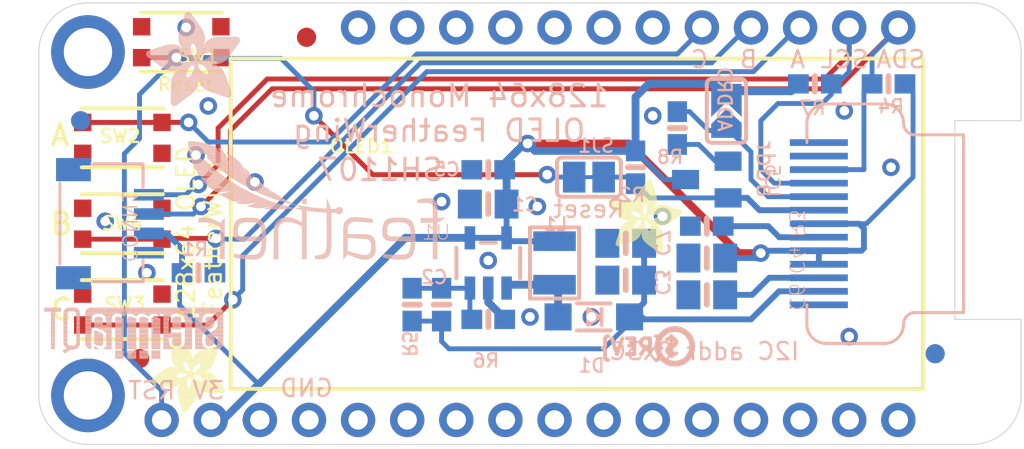
<source format=kicad_pcb>
(kicad_pcb (version 20240108) (generator "pcbnew") (generator_version "8.0")
  (layers (0 "F.Cu" signal) (31 "B.Cu" signal) (34 "B.Paste" user) (35 "F.Paste" user) (36 "B.SilkS" user "B.Silkscreen") (37 "F.SilkS" user "F.Silkscreen") (38 "B.Mask" user) (39 "F.Mask" user) (44 "Edge.Cuts" user))
  (net 0 "")
  (net 1 "GND")
  (net 2 "~{RESET}")
  (net 3 "3.3V")
  (net 4 "J")
  (net 5 "I")
  (net 6 "H")
  (net 7 "SDA")
  (net 8 "SCL")
  (net 9 "~{OLED_RST}")
  (net 10 "N$7")
  (net 11 "VCOMH")
  (net 12 "+12V")
  (net 13 "N$1")
  (net 14 "N$3")
  (net 15 "N$2")
  (footprint "Adafruit 128x64 OLED FeatherWing:ADAFRUIT_3.5MM" (layer "F.Cu") (at 152.5651 106.5276)
    (property "Reference" "U$16" (hide yes))
    (property "Value" "" (hide yes))
  )
  (footprint "Adafruit 128x64 OLED FeatherWing:FEATHERWING_NODIM" (layer "F.Cu") (at 123.1011 116.4336)
    (property "Reference" "MS1" (hide yes))
    (property "Value" "FEATHERWING_NODIM" (hide yes))
    (pad "" np_thru_hole circle (at 48.26 -20.32) (size 2.54 2.54) (drill 2.54) (layers "*.Cu" "*.Mask"))
    (pad "" np_thru_hole circle (at 48.26 -2.54) (size 2.54 2.54) (drill 2.54) (layers "*.Cu" "*.Mask"))
    (pad "1" thru_hole circle (at 6.35 -1.27) (size 1.778 1.778) (drill 1) (layers "*.Cu" "*.Mask") (net 2 "~{RESET}"))
    (pad "2" thru_hole circle (at 8.89 -1.27) (size 1.778 1.778) (drill 1) (layers "*.Cu" "*.Mask") (net 3 "3.3V"))
    (pad "3" thru_hole circle (at 11.43 -1.27) (size 1.778 1.778) (drill 1) (layers "*.Cu" "*.Mask"))
    (pad "4" thru_hole circle (at 13.97 -1.27) (size 1.778 1.778) (drill 1) (layers "*.Cu" "*.Mask") (net 1 "GND"))
    (pad "5" thru_hole circle (at 16.51 -1.27) (size 1.778 1.778) (drill 1) (layers "*.Cu" "*.Mask"))
    (pad "6" thru_hole circle (at 19.05 -1.27) (size 1.778 1.778) (drill 1) (layers "*.Cu" "*.Mask"))
    (pad "7" thru_hole circle (at 21.59 -1.27) (size 1.778 1.778) (drill 1) (layers "*.Cu" "*.Mask"))
    (pad "8" thru_hole circle (at 24.13 -1.27) (size 1.778 1.778) (drill 1) (layers "*.Cu" "*.Mask"))
    (pad "9" thru_hole circle (at 26.67 -1.27) (size 1.778 1.778) (drill 1) (layers "*.Cu" "*.Mask"))
    (pad "10" thru_hole circle (at 29.21 -1.27) (size 1.778 1.778) (drill 1) (layers "*.Cu" "*.Mask"))
    (pad "11" thru_hole circle (at 31.75 -1.27) (size 1.778 1.778) (drill 1) (layers "*.Cu" "*.Mask"))
    (pad "12" thru_hole circle (at 34.29 -1.27) (size 1.778 1.778) (drill 1) (layers "*.Cu" "*.Mask"))
    (pad "13" thru_hole circle (at 36.83 -1.27) (size 1.778 1.778) (drill 1) (layers "*.Cu" "*.Mask"))
    (pad "14" thru_hole circle (at 39.37 -1.27) (size 1.778 1.778) (drill 1) (layers "*.Cu" "*.Mask"))
    (pad "15" thru_hole circle (at 41.91 -1.27) (size 1.778 1.778) (drill 1) (layers "*.Cu" "*.Mask"))
    (pad "16" thru_hole circle (at 44.45 -1.27) (size 1.778 1.778) (drill 1) (layers "*.Cu" "*.Mask"))
    (pad "17" thru_hole circle (at 44.45 -21.59) (size 1.778 1.778) (drill 1) (layers "*.Cu" "*.Mask") (net 7 "SDA"))
    (pad "18" thru_hole circle (at 41.91 -21.59) (size 1.778 1.778) (drill 1) (layers "*.Cu" "*.Mask") (net 8 "SCL"))
    (pad "19" thru_hole circle (at 39.37 -21.59) (size 1.778 1.778) (drill 1) (layers "*.Cu" "*.Mask") (net 6 "H"))
    (pad "20" thru_hole circle (at 36.83 -21.59) (size 1.778 1.778) (drill 1) (layers "*.Cu" "*.Mask") (net 5 "I"))
    (pad "21" thru_hole circle (at 34.29 -21.59) (size 1.778 1.778) (drill 1) (layers "*.Cu" "*.Mask") (net 4 "J"))
    (pad "22" thru_hole circle (at 31.75 -21.59) (size 1.778 1.778) (drill 1) (layers "*.Cu" "*.Mask"))
    (pad "23" thru_hole circle (at 29.21 -21.59) (size 1.778 1.778) (drill 1) (layers "*.Cu" "*.Mask"))
    (pad "24" thru_hole circle (at 26.67 -21.59) (size 1.778 1.778) (drill 1) (layers "*.Cu" "*.Mask"))
    (pad "25" thru_hole circle (at 24.13 -21.59) (size 1.778 1.778) (drill 1) (layers "*.Cu" "*.Mask"))
    (pad "26" thru_hole circle (at 21.59 -21.59) (size 1.778 1.778) (drill 1) (layers "*.Cu" "*.Mask"))
    (pad "27" thru_hole circle (at 19.05 -21.59) (size 1.778 1.778) (drill 1) (layers "*.Cu" "*.Mask"))
    (pad "28" thru_hole circle (at 16.51 -21.59) (size 1.778 1.778) (drill 1) (layers "*.Cu" "*.Mask"))
    (pad "P$1" thru_hole circle (at 2.54 -20.32) (size 3.81 3.81) (drill 2.5) (layers "*.Cu" "*.Mask"))
    (pad "P$2" thru_hole circle (at 2.54 -2.54) (size 3.81 3.81) (drill 2.5) (layers "*.Cu" "*.Mask"))
  )
  (footprint "Adafruit 128x64 OLED FeatherWing:BTN_KMR2_4.6X2.8" (layer "F.Cu") (at 127.4191 100.5586 180)
    (property "Reference" "SW2" (at -1.016 0.508 0) (layer "F.SilkS") (effects (font (size 0.692831 0.692831) (thickness 0.119969)) (justify right top)))
    (property "Value" "KMR2")
    (pad "A" smd rect (at 2.05 -0.8 180) (size 0.9 0.9) (layers "F.Cu" "F.Paste" "F.Mask") (net 1 "GND"))
    (pad "A'" smd rect (at -2.05 -0.8 180) (size 0.9 0.9) (layers "F.Cu" "F.Paste" "F.Mask") (net 1 "GND"))
    (pad "B" smd rect (at 2.05 0.8 180) (size 0.9 0.9) (layers "F.Cu" "F.Paste" "F.Mask") (net 4 "J"))
    (pad "B'" smd rect (at -2.05 0.8 180) (size 0.9 0.9) (layers "F.Cu" "F.Paste" "F.Mask") (net 4 "J"))
  )
  (footprint "Adafruit 128x64 OLED FeatherWing:FIDUCIAL_1MM" (layer "F.Cu") (at 128.3081 111.9886)
    (property "Reference" "FID2" (hide yes))
    (property "Value" "FIDUCIAL_1MM" (hide yes))
    (pad "1" smd roundrect (at 0 0) (size 1 1) (layers "F.Cu" "F.Mask") (roundrect_rratio 0.5))
  )
  (footprint "Adafruit 128x64 OLED FeatherWing:BTN_KMR2_4.6X2.8" (layer "F.Cu") (at 127.4191 109.4486)
    (property "Reference" "SW3" (at -1.016 0.127 0) (layer "F.SilkS") (effects (font (size 0.692831 0.692831) (thickness 0.119969)) (justify left bottom)))
    (property "Value" "KMR2")
    (pad "A" smd rect (at 2.05 -0.8) (size 0.9 0.9) (layers "F.Cu" "F.Paste" "F.Mask") (net 1 "GND"))
    (pad "A'" smd rect (at -2.05 -0.8) (size 0.9 0.9) (layers "F.Cu" "F.Paste" "F.Mask") (net 1 "GND"))
    (pad "B" smd rect (at 2.05 0.8) (size 0.9 0.9) (layers "F.Cu" "F.Paste" "F.Mask") (net 6 "H"))
    (pad "B'" smd rect (at -2.05 0.8) (size 0.9 0.9) (layers "F.Cu" "F.Paste" "F.Mask") (net 6 "H"))
  )
  (footprint "Adafruit 128x64 OLED FeatherWing:BTN_KMR2_4.6X2.8" (layer "F.Cu") (at 127.4191 105.0036)
    (property "Reference" "SW4" (at -1.143 0.381 0) (layer "F.SilkS") (effects (font (size 0.692831 0.692831) (thickness 0.119969)) (justify left bottom)))
    (property "Value" "KMR2")
    (pad "A" smd rect (at 2.05 -0.8) (size 0.9 0.9) (layers "F.Cu" "F.Paste" "F.Mask") (net 1 "GND"))
    (pad "A'" smd rect (at -2.05 -0.8) (size 0.9 0.9) (layers "F.Cu" "F.Paste" "F.Mask") (net 1 "GND"))
    (pad "B" smd rect (at 2.05 0.8) (size 0.9 0.9) (layers "F.Cu" "F.Paste" "F.Mask") (net 5 "I"))
    (pad "B'" smd rect (at -2.05 0.8) (size 0.9 0.9) (layers "F.Cu" "F.Paste" "F.Mask") (net 5 "I"))
  )
  (footprint "Adafruit 128x64 OLED FeatherWing:ADAFRUIT_3.5MM" (layer "F.Cu") (at 132.7531 110.9726 180)
    (property "Reference" "U$37" (hide yes))
    (property "Value" "" (hide yes))
  )
  (footprint "Adafruit 128x64 OLED FeatherWing:FIDUCIAL_1MM" (layer "F.Cu") (at 136.9441 95.3516)
    (property "Reference" "FID3" (hide yes))
    (property "Value" "FIDUCIAL_1MM" (hide yes))
    (pad "1" smd roundrect (at 0 0) (size 1 1) (layers "F.Cu" "F.Mask") (roundrect_rratio 0.5))
  )
  (footprint "Adafruit 128x64 OLED FeatherWing:BTN_KMR2_4.6X2.8" (layer "F.Cu") (at 130.4671 95.6056)
    (property "Reference" "SW1" (at -0.254 1.143 0) (layer "F.SilkS") (effects (font (size 0.692831 0.692831) (thickness 0.119969)) (justify left bottom)))
    (property "Value" "KMR2")
    (pad "A" smd rect (at 2.05 -0.8) (size 0.9 0.9) (layers "F.Cu" "F.Paste" "F.Mask") (net 1 "GND"))
    (pad "A'" smd rect (at -2.05 -0.8) (size 0.9 0.9) (layers "F.Cu" "F.Paste" "F.Mask") (net 1 "GND"))
    (pad "B" smd rect (at 2.05 0.8) (size 0.9 0.9) (layers "F.Cu" "F.Paste" "F.Mask") (net 2 "~{RESET}"))
    (pad "B'" smd rect (at -2.05 0.8) (size 0.9 0.9) (layers "F.Cu" "F.Paste" "F.Mask") (net 2 "~{RESET}"))
  )
  (footprint "Adafruit 128x64 OLED FeatherWing:QT1107P11A" (layer "F.Cu") (at 168.8211 105.0036)
    (property "Reference" "OLED1" (at -30.75 -3.6 0) (layer "F.SilkS") (effects (font (size 0.692831 0.692831) (thickness 0.119969)) (justify left bottom)))
    (property "Value" "OLED_128X64_SH1107")
    (pad "" np_thru_hole circle (at -2 -5.2) (size 1 1) (drill 1) (layers "*.Cu" "*.Mask"))
    (pad "" np_thru_hole circle (at -2 5.2) (size 1 1) (drill 1) (layers "*.Cu" "*.Mask"))
    (pad "1" smd rect (at -5.38 4.2 180) (size 3 0.35) (layers "B.Cu" "B.Mask") (net 1 "GND"))
    (pad "2" smd rect (at -5.38 3.5 180) (size 3 0.35) (layers "B.Cu" "B.Mask") (net 12 "+12V"))
    (pad "3" smd rect (at -5.38 2.8 180) (size 3 0.35) (layers "B.Cu" "B.Mask") (net 11 "VCOMH"))
    (pad "4" smd rect (at -5.38 2.1 180) (size 3 0.35) (layers "B.Cu" "B.Mask") (net 3 "3.3V"))
    (pad "5" smd rect (at -5.38 1.4 180) (size 3 0.35) (layers "B.Cu" "B.Mask") (net 3 "3.3V"))
    (pad "6" smd rect (at -5.38 0.7 180) (size 3 0.35) (layers "B.Cu" "B.Mask") (net 10 "N$7"))
    (pad "7" smd rect (at -5.38 0 180) (size 3 0.35) (layers "B.Cu" "B.Mask") (net 3 "3.3V"))
    (pad "8" smd rect (at -5.38 -0.7 180) (size 3 0.35) (layers "B.Cu" "B.Mask") (net 9 "~{OLED_RST}"))
    (pad "9" smd rect (at -5.38 -1.4 180) (size 3 0.35) (layers "B.Cu" "B.Mask") (net 15 "N$2"))
    (pad "10" smd rect (at -5.38 -2.1 180) (size 3 0.35) (layers "B.Cu" "B.Mask") (net 8 "SCL"))
    (pad "11" smd rect (at -5.38 -2.8 180) (size 3 0.35) (layers "B.Cu" "B.Mask") (net 7 "SDA"))
    (pad "12" smd rect (at -5.38 -3.5 180) (size 3 0.35) (layers "B.Cu" "B.Mask") (net 1 "GND"))
    (pad "13" smd rect (at -5.38 -4.2 180) (size 3 0.35) (layers "B.Cu" "B.Mask") (net 1 "GND"))
  )
  (footprint "Adafruit 128x64 OLED FeatherWing:SOT23-5" (layer "B.Cu") (at 146.3421 107.0356 180)
    (property "Reference" "U1" (at 1.905 1.143 -0) (layer "B.SilkS") (effects (font (size 0.75948 0.75948) (thickness 0.05332)) (justify left bottom mirror)))
    (property "Value" "FAN5331SX")
    (pad "1" smd rect (at -0.95 -1.3001 180) (size 0.55 1.2) (layers "B.Cu" "B.Paste" "B.Mask") (net 13 "N$1"))
    (pad "2" smd rect (at 0 -1.3001 180) (size 0.55 1.2) (layers "B.Cu" "B.Paste" "B.Mask") (net 1 "GND"))
    (pad "3" smd rect (at 0.95 -1.3001 180) (size 0.55 1.2) (layers "B.Cu" "B.Paste" "B.Mask") (net 14 "N$3"))
    (pad "4" smd rect (at 0.95 1.3001 180) (size 0.55 1.2) (layers "B.Cu" "B.Paste" "B.Mask") (net 3 "3.3V"))
    (pad "5" smd rect (at -0.95 1.3001 180) (size 0.55 1.2) (layers "B.Cu" "B.Paste" "B.Mask") (net 3 "3.3V"))
  )
  (footprint "Adafruit 128x64 OLED FeatherWing:0603-NO" (layer "B.Cu") (at 153.9621 102.0826 90)
    (property "Reference" "R2" (at -1.8415 0.5715 -0) (layer "B.SilkS") (effects (font (size 0.692831 0.692831) (thickness 0.119969)) (justify left bottom mirror)))
    (property "Value" "12K")
    (pad "1" smd rect (at -0.85 0 90) (size 1.075 1) (layers "B.Cu" "B.Paste" "B.Mask") (net 9 "~{OLED_RST}"))
    (pad "2" smd rect (at 0.85 0 90) (size 1.075 1) (layers "B.Cu" "B.Paste" "B.Mask") (net 3 "3.3V"))
  )
  (footprint "Adafruit 128x64 OLED FeatherWing:PCBFEAT-REV-040" (layer "B.Cu") (at 155.9941 111.3536 180)
    (property "Reference" "U$14" (hide yes))
    (property "Value" "" (hide yes))
    (fp_text user "${REV}" (at -0.3556 -0.508 0) (layer "B.SilkS") (effects (font (size 0.8128 0.8128) (thickness 0.2032)) (justify left bottom mirror)))
  )
  (footprint "Adafruit 128x64 OLED FeatherWing:SOLDERJUMPER_ARROW_NOPASTE" (layer "B.Cu") (at 158.6611 99.1616 90)
    (property "Reference" "ADDR0" (at -1.143 -0.508 -90) (layer "B.SilkS") (effects (font (size 0.692831 0.692831) (thickness 0.119969)) (justify left bottom mirror)))
    (property "Value" "")
    (fp_poly (pts (xy 1.3946 -0.7882) (xy -0.315893 -0.7882) (xy 0.443148 0) (xy -0.315893 0.7882) (xy 1.3946 0.7882)) (fill solid) (layer "B.Cu"))
    (fp_poly (pts (xy 0.106121 -0.002663) (xy -0.679416 -0.7882) (xy -1.3946 -0.7882) (xy -1.3946 0.7882) (xy -0.62715 0.7882)) (fill solid) (layer "B.Cu"))
    (pad "1" smd roundrect (at -1.016 0 90) (size 0.762 1.524) (layers "B.Cu") (net 15 "N$2"))
    (pad "2" smd roundrect (at 1.016 0 90) (size 0.762 1.524) (layers "B.Cu") (net 3 "3.3V"))
  )
  (footprint "Adafruit 128x64 OLED FeatherWing:FIDUCIAL_1MM" (layer "B.Cu") (at 169.4561 111.7346 180)
    (property "Reference" "FID1" (hide yes))
    (property "Value" "FIDUCIAL_1MM" (hide yes))
    (pad "1" smd roundrect (at 0 0 180) (size 1 1) (layers "B.Cu" "B.Mask") (roundrect_rratio 0.5))
  )
  (footprint "Adafruit 128x64 OLED FeatherWing:SOT23" (layer "B.Cu") (at 157.6451 102.7176 -90)
    (property "Reference" "IC5" (at -0.889 -3.81 -90) (layer "B.SilkS") (effects (font (size 0.719328 0.719328) (thickness 0.093472)) (justify right top mirror)))
    (property "Value" "APX803")
    (pad "1" smd rect (at -0.95 -1.1 270) (size 1 1.4) (layers "B.Cu" "B.Paste" "B.Mask") (net 1 "GND"))
    (pad "2" smd rect (at 0.95 -1.1 270) (size 1 1.4) (layers "B.Cu" "B.Paste" "B.Mask") (net 9 "~{OLED_RST}"))
    (pad "3" smd rect (at 0 1.1 270) (size 1 1.4) (layers "B.Cu" "B.Paste" "B.Mask") (net 3 "3.3V"))
  )
  (footprint "Adafruit 128x64 OLED FeatherWing:SOLDERJUMPER_CLOSEDWIRE" (layer "B.Cu") (at 151.5491 102.5906)
    (property "Reference" "SJ1" (at -0.635 -2.032 0) (layer "B.SilkS") (effects (font (size 0.692831 0.692831) (thickness 0.119969)) (justify right top mirror)))
    (property "Value" "")
    (pad "1" smd rect (at -0.762 0) (size 1.1684 1.6002) (layers "B.Cu") (net 2 "~{RESET}"))
    (pad "2" smd rect (at 0.762 0) (size 1.1684 1.6002) (layers "B.Cu") (net 9 "~{OLED_RST}"))
    (pad "WIRE" smd rect (at 0 0 180) (size 0.635 0.2032) (layers "B.Cu"))
  )
  (footprint "Adafruit 128x64 OLED FeatherWing:0603-NO" (layer "B.Cu") (at 163.2331 97.7646 180)
    (property "Reference" "R7" (at -0.635 -1.651 -0) (layer "B.SilkS") (effects (font (size 0.692831 0.692831) (thickness 0.119969)) (justify left bottom mirror)))
    (property "Value" "2.2K")
    (pad "1" smd rect (at -0.85 0 180) (size 1.075 1) (layers "B.Cu" "B.Paste" "B.Mask") (net 8 "SCL"))
    (pad "2" smd rect (at 0.85 0 180) (size 1.075 1) (layers "B.Cu" "B.Paste" "B.Mask") (net 3 "3.3V"))
  )
  (footprint "Adafruit 128x64 OLED FeatherWing:0805-NO" (layer "B.Cu") (at 157.6451 106.7816)
    (property "Reference" "C4" (at 4.191 0.889 -90) (layer "B.SilkS") (effects (font (size 0.75948 0.75948) (thickness 0.05332)) (justify left bottom mirror)))
    (property "Value" "10uF")
    (pad "1" smd rect (at -0.95 0) (size 1.24 1.5) (layers "B.Cu" "B.Paste" "B.Mask") (net 1 "GND"))
    (pad "2" smd rect (at 0.95 0) (size 1.24 1.5) (layers "B.Cu" "B.Paste" "B.Mask") (net 3 "3.3V"))
  )
  (footprint "Adafruit 128x64 OLED FeatherWing:0603-NO" (layer "B.Cu") (at 131.3561 107.5436 180)
    (property "Reference" "R1" (at -0.5715 0.8255 -0) (layer "B.SilkS") (effects (font (size 0.692831 0.692831) (thickness 0.119969)) (justify left bottom mirror)))
    (property "Value" "100K")
    (pad "1" smd rect (at -0.85 0 180) (size 1.075 1) (layers "B.Cu" "B.Paste" "B.Mask") (net 5 "I"))
    (pad "2" smd rect (at 0.85 0 180) (size 1.075 1) (layers "B.Cu" "B.Paste" "B.Mask") (net 3 "3.3V"))
  )
  (footprint "Adafruit 128x64 OLED FeatherWing:0603-NO" (layer "B.Cu") (at 156.1211 100.0506 90)
    (property "Reference" "R8" (at -1.905 0.381 -0) (layer "B.SilkS") (effects (font (size 0.692831 0.692831) (thickness 0.119969)) (justify left bottom mirror)))
    (property "Value" "12K")
    (pad "1" smd rect (at -0.85 0 90) (size 1.075 1) (layers "B.Cu" "B.Paste" "B.Mask") (net 1 "GND"))
    (pad "2" smd rect (at 0.85 0 90) (size 1.075 1) (layers "B.Cu" "B.Paste" "B.Mask") (net 15 "N$2"))
  )
  (footprint "Adafruit 128x64 OLED FeatherWing:0603-NO" (layer "B.Cu") (at 146.3421 102.2096)
    (property "Reference" "C5" (at -1.397 0.381 -0) (layer "B.SilkS") (effects (font (size 0.692831 0.692831) (thickness 0.119969)) (justify left bottom mirror)))
    (property "Value" "0.1uF")
    (pad "1" smd rect (at -0.85 0) (size 1.075 1) (layers "B.Cu" "B.Paste" "B.Mask") (net 1 "GND"))
    (pad "2" smd rect (at 0.85 0) (size 1.075 1) (layers "B.Cu" "B.Paste" "B.Mask") (net 3 "3.3V"))
  )
  (footprint "Adafruit 128x64 OLED FeatherWing:ADAFRUIT_5MM" (layer "B.Cu") (at 133.5151 98.9076 180)
    (property "Reference" "U$8" (hide yes))
    (property "Value" "" (hide yes))
  )
  (footprint "Adafruit 128x64 OLED FeatherWing:FEATHERLOGO_SMALL" (layer "B.Cu") (at 144.1831 106.9086 180)
    (property "Reference" "U$36" (hide yes))
    (property "Value" "" (hide yes))
  )
  (footprint "Adafruit 128x64 OLED FeatherWing:JST_SH4" (layer "B.Cu") (at 126.2761 105.0036 90)
    (property "Reference" "CONN1" (at -2.06 1.074 -90) (layer "B.SilkS") (effects (font (size 0.738022 0.738022) (thickness 0.074778)) (justify left bottom mirror)))
    (property "Value" "STEMMA_I2C_QT" (hide yes))
    (pad "1" smd rect (at -1.5 2.514) (size 1.55 0.6) (layers "B.Cu" "B.Paste" "B.Mask") (net 1 "GND"))
    (pad "2" smd rect (at -0.5 2.514) (size 1.55 0.6) (layers "B.Cu" "B.Paste" "B.Mask") (net 3 "3.3V"))
    (pad "3" smd rect (at 0.5 2.514) (size 1.55 0.6) (layers "B.Cu" "B.Paste" "B.Mask") (net 7 "SDA"))
    (pad "4" smd rect (at 1.5 2.514) (size 1.55 0.6) (layers "B.Cu" "B.Paste" "B.Mask") (net 8 "SCL"))
    (pad "MT1" smd rect (at -2.8 -1.386) (size 1.8 1.2) (layers "B.Cu" "B.Paste" "B.Mask") (net 1 "GND"))
    (pad "MT2" smd rect (at 2.8 -1.386) (size 1.8 1.2) (layers "B.Cu" "B.Paste" "B.Mask") (net 1 "GND"))
  )
  (footprint "Adafruit 128x64 OLED FeatherWing:0805-NO" (layer "B.Cu") (at 153.4541 106.0196 180)
    (property "Reference" "C7" (at -2.286 0.762 -90) (layer "B.SilkS") (effects (font (size 0.692831 0.692831) (thickness 0.119969)) (justify right top mirror)))
    (property "Value" "10uF/16V")
    (pad "1" smd rect (at -0.95 0 180) (size 1.24 1.5) (layers "B.Cu" "B.Paste" "B.Mask") (net 12 "+12V"))
    (pad "2" smd rect (at 0.95 0 180) (size 1.24 1.5) (layers "B.Cu" "B.Paste" "B.Mask") (net 1 "GND"))
  )
  (footprint "Adafruit 128x64 OLED FeatherWing:0603-NO" (layer "B.Cu") (at 146.3421 109.9566 180)
    (property "Reference" "R6" (at -0.635 -2.54 -0) (layer "B.SilkS") (effects (font (size 0.692831 0.692831) (thickness 0.119969)) (justify left bottom mirror)))
    (property "Value" "12K")
    (pad "1" smd rect (at -0.85 0 180) (size 1.075 1) (layers "B.Cu" "B.Paste" "B.Mask") (net 1 "GND"))
    (pad "2" smd rect (at 0.85 0 180) (size 1.075 1) (layers "B.Cu" "B.Paste" "B.Mask") (net 14 "N$3"))
  )
  (footprint "Adafruit 128x64 OLED FeatherWing:INDUCTOR_1007" (layer "B.Cu") (at 149.7711 107.0356 -90)
    (property "Reference" "L1" (at -2.413 0.635 0) (layer "B.SilkS") (effects (font (size 0.692831 0.692831) (thickness 0.119969)) (justify right top mirror)))
    (property "Value" "10uH")
    (pad "P$1" smd rect (at -1.127 0 270) (size 1.016 2.2) (layers "B.Cu" "B.Paste" "B.Mask") (net 3 "3.3V"))
    (pad "P$2" smd rect (at 1.127 0 270) (size 1.016 2.2) (layers "B.Cu" "B.Paste" "B.Mask") (net 13 "N$1"))
  )
  (footprint "Adafruit 128x64 OLED FeatherWing:STEMMAQT" (layer "B.Cu") (at 132.6261 111.9886 180)
    (property "Reference" "U$35" (hide yes))
    (property "Value" "" (hide yes))
  )
  (footprint "Adafruit 128x64 OLED FeatherWing:FIDUCIAL_1MM" (layer "B.Cu") (at 125.2601 99.6696 180)
    (property "Reference" "FID4" (hide yes))
    (property "Value" "FIDUCIAL_1MM" (hide yes))
    (pad "1" smd roundrect (at 0 0 180) (size 1 1) (layers "B.Cu" "B.Mask") (roundrect_rratio 0.5))
  )
  (footprint "Adafruit 128x64 OLED FeatherWing:0805-NO" (layer "B.Cu") (at 153.4541 107.9246 180)
    (property "Reference" "C3" (at -2.286 0.635 -90) (layer "B.SilkS") (effects (font (size 0.692831 0.692831) (thickness 0.119969)) (justify right top mirror)))
    (property "Value" "10uF/16V")
    (pad "1" smd rect (at -0.95 0 180) (size 1.24 1.5) (layers "B.Cu" "B.Paste" "B.Mask") (net 12 "+12V"))
    (pad "2" smd rect (at 0.95 0 180) (size 1.24 1.5) (layers "B.Cu" "B.Paste" "B.Mask") (net 1 "GND"))
  )
  (footprint "Adafruit 128x64 OLED FeatherWing:0805-NO" (layer "B.Cu") (at 146.3421 103.9876 180)
    (property "Reference" "C1" (at -1.143 0.381 0) (layer "B.SilkS") (effects (font (size 0.692831 0.692831) (thickness 0.119969)) (justify right top mirror)))
    (property "Value" "10uF")
    (pad "1" smd rect (at -0.95 0 180) (size 1.24 1.5) (layers "B.Cu" "B.Paste" "B.Mask") (net 3 "3.3V"))
    (pad "2" smd rect (at 0.95 0 180) (size 1.24 1.5) (layers "B.Cu" "B.Paste" "B.Mask") (net 1 "GND"))
  )
  (footprint "Adafruit 128x64 OLED FeatherWing:0603-NO" (layer "B.Cu") (at 142.4051 109.1946 -90)
    (property "Reference" "R5" (at 1.27 -0.254 -90) (layer "B.SilkS") (effects (font (size 0.692831 0.692831) (thickness 0.119969)) (justify right top mirror)))
    (property "Value" "100K")
    (pad "1" smd rect (at -0.85 0 270) (size 1.075 1) (layers "B.Cu" "B.Paste" "B.Mask") (net 14 "N$3"))
    (pad "2" smd rect (at 0.85 0 270) (size 1.075 1) (layers "B.Cu" "B.Paste" "B.Mask") (net 12 "+12V"))
  )
  (footprint "Adafruit 128x64 OLED FeatherWing:0805-NO" (layer "B.Cu") (at 157.6451 108.6866)
    (property "Reference" "C6" (at 4.191 0.889 -90) (layer "B.SilkS") (effects (font (size 0.75948 0.75948) (thickness 0.05332)) (justify left bottom mirror)))
    (property "Value" "10uF")
    (pad "1" smd rect (at -0.95 0) (size 1.24 1.5) (layers "B.Cu" "B.Paste" "B.Mask") (net 1 "GND"))
    (pad "2" smd rect (at 0.95 0) (size 1.24 1.5) (layers "B.Cu" "B.Paste" "B.Mask") (net 11 "VCOMH"))
  )
  (footprint "Adafruit 128x64 OLED FeatherWing:0603-NO" (layer "B.Cu") (at 167.0431 97.7646)
    (property "Reference" "R4" (at -0.635 0.762 0) (layer "B.SilkS") (effects (font (size 0.692831 0.692831) (thickness 0.119969)) (justify right top mirror)))
    (property "Value" "2.2K")
    (pad "1" smd rect (at -0.85 0) (size 1.075 1) (layers "B.Cu" "B.Paste" "B.Mask") (net 7 "SDA"))
    (pad "2" smd rect (at 0.85 0) (size 1.075 1) (layers "B.Cu" "B.Paste" "B.Mask") (net 3 "3.3V"))
  )
  (footprint "Adafruit 128x64 OLED FeatherWing:SOD-123" (layer "B.Cu") (at 151.8031 109.8296 180)
    (property "Reference" "D1" (at -0.635 -2.921 -0) (layer "B.SilkS") (effects (font (size 0.692831 0.692831) (thickness 0.119969)) (justify left bottom mirror)))
    (property "Value" "MBR120")
    (pad "A" smd rect (at 1.85 0 90) (size 1.4 1.4) (layers "B.Cu" "B.Paste" "B.Mask") (net 13 "N$1"))
    (pad "C" smd rect (at -1.85 0 90) (size 1.4 1.4) (layers "B.Cu" "B.Paste" "B.Mask") (net 12 "+12V"))
  )
  (footprint "Adafruit 128x64 OLED FeatherWing:0603-NO" (layer "B.Cu") (at 143.9291 109.1946 90)
    (property "Reference" "C2" (at 1.016 0.381 -0) (layer "B.SilkS") (effects (font (size 0.692831 0.692831) (thickness 0.119969)) (justify left bottom mirror)))
    (property "Value" "0.1uF")
    (pad "1" smd rect (at -0.85 0 90) (size 1.075 1) (layers "B.Cu" "B.Paste" "B.Mask") (net 12 "+12V"))
    (pad "2" smd rect (at 0.85 0 90) (size 1.075 1) (layers "B.Cu" "B.Paste" "B.Mask") (net 14 "N$3"))
  )
  (footprint "Adafruit 128x64 OLED FeatherWing:0603-NO" (layer "B.Cu") (at 157.6451 105.1306)
    (property "Reference" "R3" (at 4.191 0.635 -90) (layer "B.SilkS") (effects (font (size 0.75948 0.75948) (thickness 0.05332)) (justify left bottom mirror)))
    (property "Value" "680K")
    (pad "1" smd rect (at -0.85 0) (size 1.075 1) (layers "B.Cu" "B.Paste" "B.Mask") (net 1 "GND"))
    (pad "2" smd rect (at 0.85 0) (size 1.075 1) (layers "B.Cu" "B.Paste" "B.Mask") (net 10 "N$7"))
  )
  (gr_arc (start 125.6411 116.4336) (mid 123.845049 115.689651) (end 123.1011 113.8936) (stroke (width 0.05)) (layer "Edge.Cuts"))
  (gr_line (start 170.4721 109.9566) (end 170.4721 99.6696) (stroke (width 0.05)) (layer "Edge.Cuts"))
  (gr_line (start 173.9011 109.9566) (end 170.4721 109.9566) (stroke (width 0.05)) (layer "Edge.Cuts"))
  (gr_line (start 171.3611 93.5736) (end 125.6411 93.5736) (stroke (width 0.05)) (layer "Edge.Cuts"))
  (gr_line (start 170.4721 99.6696) (end 173.9011 99.6696) (stroke (width 0.05)) (layer "Edge.Cuts"))
  (gr_arc (start 173.9011 113.8936) (mid 173.157151 115.689651) (end 171.3611 116.4336) (stroke (width 0.05)) (layer "Edge.Cuts"))
  (gr_line (start 125.6411 116.4336) (end 171.3611 116.4336) (stroke (width 0.05)) (layer "Edge.Cuts"))
  (gr_arc (start 171.3611 93.5736) (mid 173.157151 94.317549) (end 173.9011 96.1136) (stroke (width 0.05)) (layer "Edge.Cuts"))
  (gr_line (start 123.1011 96.1136) (end 123.1011 113.8936) (stroke (width 0.05)) (layer "Edge.Cuts"))
  (gr_line (start 173.9011 99.6696) (end 173.9011 96.1136) (stroke (width 0.05)) (layer "Edge.Cuts"))
  (gr_line (start 173.9011 113.8936) (end 173.9011 109.9566) (stroke (width 0.05)) (layer "Edge.Cuts"))
  (gr_arc (start 123.1011 96.1136) (mid 123.845049 94.317549) (end 125.6411 93.5736) (stroke (width 0.05)) (layer "Edge.Cuts"))
  (gr_text "I2C addr 0x3C" (at 157.506926 111.6076 0) (layer "B.SilkS") (effects (font (size 0.89408 0.89408) (thickness 0.12192)) (justify mirror)))
  (gr_text "SDA" (at 167.6781 96.4946 0) (layer "B.SilkS") (effects (font (size 0.89408 0.89408) (thickness 0.12192)) (justify mirror)))
  (gr_text "B" (at 159.8041 96.4946 0) (layer "B.SilkS") (effects (font (size 0.89408 0.89408) (thickness 0.12192)) (justify mirror)))
  (gr_text "SCL" (at 164.7571 96.4946 0) (layer "B.SilkS") (effects (font (size 0.89408 0.89408) (thickness 0.12192)) (justify mirror)))
  (gr_text "3V" (at 131.8641 113.6396 0) (layer "B.SilkS") (effects (font (size 0.89408 0.89408) (thickness 0.12192)) (justify mirror)))
  (gr_text "RST" (at 128.9431 113.6396 0) (layer "B.SilkS") (effects (font (size 0.89408 0.89408) (thickness 0.12192)) (justify mirror)))
  (gr_text "Reset" (at 151.5491 104.2416 0) (layer "B.SilkS") (effects (font (size 0.89408 0.89408) (thickness 0.12192)) (justify mirror)))
  (gr_text "addr" (at 160.6931 102.201812 -90) (layer "B.SilkS") (effects (font (size 0.89408 0.89408) (thickness 0.12192)) (justify mirror)))
  (gr_text "128x64 Monochrome\nOLED FeatherWing" (at 143.8021 99.2886 0) (layer "B.SilkS") (effects (font (size 1.1176 1.1176) (thickness 0.1524)) (justify mirror)))
  (gr_text "GND" (at 136.9441 113.5126 0) (layer "B.SilkS") (effects (font (size 0.89408 0.89408) (thickness 0.12192)) (justify mirror)))
  (gr_text "C" (at 157.2641 96.4946 0) (layer "B.SilkS") (effects (font (size 0.89408 0.89408) (thickness 0.12192)) (justify mirror)))
  (gr_text "SH1107" (at 140.7541 102.2096 0) (layer "B.SilkS") (effects (font (size 1.1176 1.1176) (thickness 0.1524)) (justify mirror)))
  (gr_text "A" (at 162.3441 96.4946 0) (layer "B.SilkS") (effects (font (size 0.89408 0.89408) (thickness 0.12192)) (justify mirror)))
  (gr_text "B" (at 123.6091 105.6386 0) (layer "F.SilkS") (effects (font (size 1.0922 1.0922) (thickness 0.1778)) (justify left bottom)))
  (gr_text "FeatherWing" (at 132.6261 109.8296 90) (layer "F.SilkS") (effects (font (size 0.89408 0.89408) (thickness 0.12192)) (justify left bottom)))
  (gr_text "A" (at 123.6091 101.0666 0) (layer "F.SilkS") (effects (font (size 1.0922 1.0922) (thickness 0.1778)) (justify left bottom)))
  (gr_text "C" (at 123.6091 110.0836 0) (layer "F.SilkS") (effects (font (size 1.0922 1.0922) (thickness 0.1778)) (justify left bottom)))
  (gr_text "128x64 OLED" (at 131.2291 110.0836 90) (layer "F.SilkS") (effects (font (size 0.89408 0.89408) (thickness 0.12192)) (justify left bottom)))
  (gr_text "Reset" (at 129.180921 97.3836 0) (layer "F.SilkS") (effects (font (size 0.699008 0.699008) (thickness 0.113792)) (justify left top)))
  (via (at 131.8641 98.9076) (size 0.9064) (drill 0.5) (layers "F.Cu" "B.Cu") (net 1))
  (via (at 134.2771 102.8446) (size 0.9064) (drill 0.5) (layers "F.Cu" "B.Cu") (net 1))
  (via (at 146.3421 106.9086) (size 0.9064) (drill 0.5) (layers "F.Cu" "B.Cu") (net 1))
  (via (at 165.0111 110.8456) (size 0.9064) (drill 0.5) (layers "F.Cu" "B.Cu") (net 1))
  (via (at 155.3591 104.6226) (size 0.9064) (drill 0.5) (layers "F.Cu" "B.Cu") (net 1))
  (via (at 130.7211 94.8436) (size 0.9064) (drill 0.5) (layers "F.Cu" "B.Cu") (net 1))
  (via (at 131.2291 101.4476) (size 0.9064) (drill 0.5) (layers "F.Cu" "B.Cu") (net 1))
  (via (at 167.1701 102.0826) (size 0.9064) (drill 0.5) (layers "F.Cu" "B.Cu") (net 1))
  (via (at 128.6891 107.5436) (size 0.9064) (drill 0.5) (layers "F.Cu" "B.Cu") (net 1))
  (via (at 151.6761 109.8296) (size 0.9064) (drill 0.5) (layers "F.Cu" "B.Cu") (net 1))
  (via (at 148.8821 104.1146) (size 0.9064) (drill 0.5) (layers "F.Cu" "B.Cu") (net 1))
  (via (at 148.5011 109.8296) (size 0.9064) (drill 0.5) (layers "F.Cu" "B.Cu") (net 1))
  (via (at 164.7571 99.1616) (size 0.9064) (drill 0.5) (layers "F.Cu" "B.Cu") (net 1))
  (via (at 143.9291 103.8606) (size 0.9064) (drill 0.5) (layers "F.Cu" "B.Cu") (net 1))
  (via (at 126.5301 104.8766) (size 0.9064) (drill 0.5) (layers "F.Cu" "B.Cu") (net 1))
  (via (at 154.8511 99.4156) (size 0.9064) (drill 0.5) (layers "F.Cu" "B.Cu") (net 1))
  (segment (start 158.7451 101.7676) (end 158.0921 101.7676) (width 0.254) (layer "B.Cu") (net 1))
  (segment (start 146.3421 109.0676) (end 147.1921 109.9176) (width 0.4064) (layer "B.Cu") (net 1))
  (segment (start 147.1921 109.9176) (end 147.1921 109.9566) (width 0.4064) (layer "B.Cu") (net 1))
  (segment (start 158.0921 101.7676) (end 157.2251 100.9006) (width 0.254) (layer "B.Cu") (net 1))
  (segment (start 157.2251 100.9006) (end 156.1211 100.9006) (width 0.254) (layer "B.Cu") (net 1))
  (segment (start 146.3421 108.3357) (end 146.3421 109.0676) (width 0.4064) (layer "B.Cu") (net 1))
  (segment (start 149.3901 102.4636) (end 140.3731 102.4636) (width 0.254) (layer "F.Cu") (net 2))
  (segment (start 140.3731 102.4636) (end 137.3251 99.4156) (width 0.254) (layer "F.Cu") (net 2))
  (segment (start 130.2131 96.4056) (end 132.5171 96.4056) (width 0.254) (layer "F.Cu") (net 2))
  (segment (start 128.4171 96.4056) (end 130.2131 96.4056) (width 0.254) (layer "F.Cu") (net 2))
  (via (at 149.3901 102.4636) (size 0.9064) (drill 0.5) (layers "F.Cu" "B.Cu") (net 2))
  (via (at 130.2131 96.4056) (size 0.9064) (drill 0.5) (layers "F.Cu" "B.Cu") (net 2))
  (via (at 137.3251 99.4156) (size 0.9064) (drill 0.5) (layers "F.Cu" "B.Cu") (net 2))
  (segment (start 127.5247 101.3771) (end 127.5247 111.7132) (width 0.254) (layer "B.Cu") (net 2))
  (segment (start 137.3251 99.4156) (end 137.3251 98.1456) (width 0.254) (layer "B.Cu") (net 2))
  (segment (start 129.4511 113.6396) (end 129.4511 115.1636) (width 0.254) (layer "B.Cu") (net 2))
  (segment (start 150.7871 102.5906) (end 149.5171 102.5906) (width 0.254) (layer "B.Cu") (net 2))
  (segment (start 128.3081 98.3106) (end 128.3081 100.5937) (width 0.254) (layer "B.Cu") (net 2))
  (segment (start 130.1686 96.4501) (end 128.3081 98.3106) (width 0.254) (layer "B.Cu") (net 2))
  (segment (start 127.5247 111.7132) (end 129.4511 113.6396) (width 0.254) (layer "B.Cu") (net 2))
  (segment (start 135.6296 96.4501) (end 130.1686 96.4501) (width 0.254) (layer "B.Cu") (net 2))
  (segment (start 149.5171 102.5906) (end 149.3901 102.4636) (width 0.254) (layer "B.Cu") (net 2))
  (segment (start 137.3251 98.1456) (end 135.6296 96.4501) (width 0.254) (layer "B.Cu") (net 2))
  (segment (start 130.2131 96.4056) (end 130.1686 96.4501) (width 0.254) (layer "B.Cu") (net 2))
  (segment (start 128.3081 100.5937) (end 127.5247 101.3771) (width 0.254) (layer "B.Cu") (net 2))
  (segment (start 160.4391 106.5276) (end 159.2961 106.5276) (width 0.4064) (layer "F.Cu") (net 3))
  (segment (start 159.2961 106.5276) (end 153.6201 100.8516) (width 0.4064) (layer "F.Cu") (net 3))
  (segment (start 153.6201 100.8516) (end 148.3741 100.8516) (width 0.4064) (layer "F.Cu") (net 3))
  (via (at 160.4391 106.5276) (size 0.9064) (drill 0.5) (layers "F.Cu" "B.Cu") (net 3))
  (via (at 148.3741 100.8516) (size 0.9064) (drill 0.5) (layers "F.Cu" "B.Cu") (net 3))
  (segment (start 148.2081 100.8516) (end 148.3741 100.8516) (width 0.4064) (layer "B.Cu") (net 3))
  (segment (start 156.5451 102.7176) (end 155.4471 102.7176) (width 0.254) (layer "B.Cu") (net 3))
  (segment (start 153.9621 101.2326) (end 153.9621 98.4386) (width 0.4064) (layer "B.Cu") (net 3))
  (segment (start 147.1921 102.2096) (end 147.2921 102.3096) (width 0.4064) (layer "B.Cu") (net 3))
  (segment (start 163.4411 106.4036) (end 160.5631 106.4036) (width 0.3048) (layer "B.Cu") (net 3))
  (segment (start 165.7731 105.2576) (end 165.5191 105.0036) (width 0.3048) (layer "B.Cu") (net 3))
  (segment (start 160.1851 106.7816) (end 158.5951 106.7816) (width 0.3048) (layer "B.Cu") (net 3))
  (segment (start 130.3791 109.2336) (end 134.4676 113.3221) (width 0.254) (layer "B.Cu") (net 3))
  (segment (start 162.3831 97.7646) (end 162.0021 98.1456) (width 0.4064) (layer "B.Cu") (net 3))
  (segment (start 147.2921 101.7676) (end 148.2081 100.8516) (width 0.4064) (layer "B.Cu") (net 3))
  (segment (start 130.5061 107.5436) (end 130.3791 107.6706) (width 0.254) (layer "B.Cu") (net 3))
  (segment (start 160.4391 106.5276) (end 160.1851 106.7816) (width 0.3048) (layer "B.Cu") (net 3))
  (segment (start 165.2651 105.0036) (end 163.4411 105.0036) (width 0.3048) (layer "B.Cu") (net 3))
  (segment (start 167.8931 97.7646) (end 168.3131 98.1846) (width 0.254) (layer "B.Cu") (net 3))
  (segment (start 155.4471 102.7176) (end 153.9621 101.2326) (width 0.254) (layer "B.Cu") (net 3))
  (segment (start 165.7731 106.2736) (end 165.7731 105.2576) (width 0.3048) (layer "B.Cu") (net 3))
  (segment (start 163.4411 106.4036) (end 165.6431 106.4036) (width 0.3048) (layer "B.Cu") (net 3))
  (segment (start 147.2921 105.7355) (end 147.4652 105.9086) (width 0.3048) (layer "B.Cu") (net 3))
  (segment (start 165.9001 105.0036) (end 165.2651 105.0036) (width 0.254) (layer "B.Cu") (net 3))
  (segment (start 153.9621 98.4386) (end 154.6361 97.7646) (width 0.4064) (layer "B.Cu") (net 3))
  (segment (start 148.3741 100.8516) (end 148.7551 101.2326) (width 0.4064) (layer "B.Cu") (net 3))
  (segment (start 160.5631 106.4036) (end 160.4391 106.5276) (width 0.3048) (layer "B.Cu") (net 3))
  (segment (start 132.6261 115.1636) (end 131.9911 115.1636) (width 0.4064) (layer "B.Cu") (net 3))
  (segment (start 130.3791 107.6706) (end 130.3791 109.2336) (width 0.254) (layer "B.Cu") (net 3))
  (segment (start 154.6361 97.7646) (end 158.5341 97.7646) (width 0.4064) (layer "B.Cu") (net 3))
  (segment (start 147.2921 103.9876) (end 147.2921 105.7355) (width 0.3048) (layer "B.Cu") (net 3))
  (segment (start 168.3131 98.1846) (end 168.3131 102.5906) (width 0.254) (layer "B.Cu") (net 3))
  (segment (start 145.3921 105.7355) (end 147.2921 105.7355) (width 0.3048) (layer "B.Cu") (net 3))
  (segment (start 134.4676 113.3221) (end 132.6261 115.1636) (width 0.4064) (layer "B.Cu") (net 3))
  (segment (start 165.6431 106.4036) (end 165.7731 106.2736) (width 0.3048) (layer "B.Cu") (net 3))
  (segment (start 153.9621 101.2326) (end 148.7551 101.2326) (width 0.4064) (layer "B.Cu") (net 3))
  (segment (start 142.0542 105.7355) (end 134.4676 113.3221) (width 0.4064) (layer "B.Cu") (net 3))
  (segment (start 128.7901 105.5036) (end 129.704081 105.5036) (width 0.3048) (layer "B.Cu") (net 3))
  (segment (start 147.2921 102.3096) (end 147.2921 101.7676) (width 0.4064) (layer "B.Cu") (net 3))
  (segment (start 163.4411 107.1036) (end 163.4411 106.4036) (width 0.3048) (layer "B.Cu") (net 3))
  (segment (start 145.3921 105.7355) (end 142.0542 105.7355) (width 0.4064) (layer "B.Cu") (net 3))
  (segment (start 158.5341 97.7646) (end 158.9151 98.1456) (width 0.4064) (layer "B.Cu") (net 3))
  (segment (start 130.5061 107.5436) (end 130.5061 106.305619) (width 0.3048) (layer "B.Cu") (net 3))
  (segment (start 129.704081 105.5036) (end 130.5061 106.305619) (width 0.3048) (layer "B.Cu") (net 3))
  (segment (start 162.0021 98.1456) (end 158.9151 98.1456) (width 0.4064) (layer "B.Cu") (net 3))
  (segment (start 168.3131 102.5906) (end 165.9001 105.0036) (width 0.254) (layer "B.Cu") (net 3))
  (segment (start 147.2921 103.9876) (end 147.2921 102.3096) (width 0.4064) (layer "B.Cu") (net 3))
  (segment (start 165.5191 105.0036) (end 165.2651 105.0036) (width 0.3048) (layer "B.Cu") (net 3))
  (segment (start 147.4652 105.9086) (end 149.7711 105.9086) (width 0.3048) (layer "B.Cu") (net 3))
  (segment (start 158.9151 98.1456) (end 158.6611 98.1456) (width 0.4064) (layer "B.Cu") (net 3))
  (segment (start 129.4691 99.7586) (end 130.8481 99.7586) (width 0.254) (layer "F.Cu") (net 4))
  (segment (start 130.8481 99.7586) (end 125.3691 99.7586) (width 0.254) (layer "F.Cu") (net 4))
  (via (at 130.8481 99.7586) (size 0.9064) (drill 0.5) (layers "F.Cu" "B.Cu") (net 4))
  (segment (start 138.101937 100.7746) (end 131.8641 100.7746) (width 0.254) (layer "B.Cu") (net 4))
  (segment (start 156.1211 96.2152) (end 142.661337 96.2152) (width 0.254) (layer "B.Cu") (net 4))
  (segment (start 157.3911 94.9452) (end 156.1211 96.2152) (width 0.254) (layer "B.Cu") (net 4))
  (segment (start 131.8641 100.7746) (end 130.8481 99.7586) (width 0.254) (layer "B.Cu") (net 4))
  (segment (start 157.3911 94.8436) (end 157.3911 94.9452) (width 0.254) (layer "B.Cu") (net 4))
  (segment (start 142.661337 96.2152) (end 138.101937 100.7746) (width 0.254) (layer "B.Cu") (net 4))
  (segment (start 125.3691 105.8036) (end 129.4691 105.8036) (width 0.254) (layer "F.Cu") (net 5))
  (segment (start 129.5071 105.7656) (end 132.2529 105.7656) (width 0.254) (layer "F.Cu") (net 5))
  (segment (start 129.4691 105.8036) (end 129.5071 105.7656) (width 0.254) (layer "F.Cu") (net 5))
  (via (at 132.2529 105.7656) (size 0.9064) (drill 0.5) (layers "F.Cu" "B.Cu") (net 5))
  (segment (start 132.2061 107.5436) (end 132.2061 105.8884) (width 0.254) (layer "B.Cu") (net 5))
  (segment (start 142.850718 96.6724) (end 133.719518 105.8036) (width 0.254) (layer "B.Cu") (net 5))
  (segment (start 132.2909 105.8036) (end 132.2529 105.7656) (width 0.254) (layer "B.Cu") (net 5))
  (segment (start 133.719518 105.8036) (end 132.2909 105.8036) (width 0.254) (layer "B.Cu") (net 5))
  (segment (start 132.2061 105.8884) (end 132.2909 105.8036) (width 0.254) (layer "B.Cu") (net 5))
  (segment (start 159.9311 94.8436) (end 159.7279 94.8436) (width 0.254) (layer "B.Cu") (net 5))
  (segment (start 159.7279 94.8436) (end 157.8991 96.6724) (width 0.254) (layer "B.Cu") (net 5))
  (segment (start 157.8991 96.6724) (end 142.850718 96.6724) (width 0.254) (layer "B.Cu") (net 5))
  (segment (start 129.4691 110.2486) (end 131.8261 110.2486) (width 0.254) (layer "F.Cu") (net 6))
  (segment (start 125.3691 110.2486) (end 129.4691 110.2486) (width 0.254) (layer "F.Cu") (net 6))
  (segment (start 133.1341 108.9406) (end 131.8261 110.2486) (width 0.254) (layer "F.Cu") (net 6))
  (via (at 133.1341 108.9406) (size 0.9064) (drill 0.5) (layers "F.Cu" "B.Cu") (net 6))
  (segment (start 162.4711 94.8436) (end 162.3441 94.8436) (width 0.254) (layer "B.Cu") (net 6))
  (segment (start 133.6421 106.6546) (end 133.6421 108.4326) (width 0.254) (layer "B.Cu") (net 6))
  (segment (start 160.0581 97.1296) (end 143.1671 97.1296) (width 0.254) (layer "B.Cu") (net 6))
  (segment (start 133.6421 108.4326) (end 133.1341 108.9406) (width 0.254) (layer "B.Cu") (net 6))
  (segment (start 143.1671 97.1296) (end 133.6421 106.6546) (width 0.254) (layer "B.Cu") (net 6))
  (segment (start 162.3441 94.8436) (end 160.0581 97.1296) (width 0.254) (layer "B.Cu") (net 6))
  (segment (start 135.1661 98.0186) (end 133.0071 100.1776) (width 0.254) (layer "F.Cu") (net 7))
  (segment (start 133.0071 102.5906) (end 131.4831 104.1146) (width 0.254) (layer "F.Cu") (net 7))
  (segment (start 133.0071 100.1776) (end 133.0071 102.5906) (width 0.254) (layer "F.Cu") (net 7))
  (segment (start 167.5511 94.8436) (end 164.3761 98.0186) (width 0.254) (layer "F.Cu") (net 7))
  (segment (start 164.3761 98.0186) (end 135.1661 98.0186) (width 0.254) (layer "F.Cu") (net 7))
  (via (at 131.4831 104.1146) (size 0.9064) (drill 0.5) (layers "F.Cu" "B.Cu") (net 7))
  (segment (start 131.4831 104.1146) (end 131.0941 104.5036) (width 0.254) (layer "B.Cu") (net 7))
  (segment (start 166.1931 97.7646) (end 165.7731 98.1846) (width 0.254) (layer "B.Cu") (net 7))
  (segment (start 167.5511 94.8436) (end 167.5511 94.8826) (width 0.254) (layer "B.Cu") (net 7))
  (segment (start 167.5511 94.8826) (end 166.1931 96.2406) (width 0.254) (layer "B.Cu") (net 7))
  (segment (start 163.4411 102.2036) (end 165.7731 102.2036) (width 0.254) (layer "B.Cu") (net 7))
  (segment (start 165.7731 98.1846) (end 165.7731 102.2036) (width 0.254) (layer "B.Cu") (net 7))
  (segment (start 131.0941 104.5036) (end 128.7901 104.5036) (width 0.254) (layer "B.Cu") (net 7))
  (segment (start 166.1931 97.7646) (end 166.1931 96.2406) (width 0.254) (layer "B.Cu") (net 7))
  (segment (start 165.0111 96.2406) (end 163.7411 97.5106) (width 0.254) (layer "F.Cu") (net 8))
  (segment (start 165.0111 94.8436) (end 165.0111 96.2406) (width 0.254) (layer "F.Cu") (net 8))
  (segment (start 134.9121 97.5106) (end 132.3721 100.0506) (width 0.254) (layer "F.Cu") (net 8))
  (segment (start 163.7411 97.5106) (end 134.9121 97.5106) (width 0.254) (layer "F.Cu") (net 8))
  (segment (start 132.3721 101.9556) (end 131.3561 102.9716) (width 0.254) (layer "F.Cu") (net 8))
  (segment (start 132.3721 100.0506) (end 132.3721 101.9556) (width 0.254) (layer "F.Cu") (net 8))
  (via (at 131.3561 102.9716) (size 0.9064) (drill 0.5) (layers "F.Cu" "B.Cu") (net 8))
  (segment (start 164.0831 97.7646) (end 164.3761 97.7646) (width 0.254) (layer "B.Cu") (net 8))
  (segment (start 160.4391 99.6696) (end 160.4391 102.2096) (width 0.254) (layer "B.Cu") (net 8))
  (segment (start 163.6141 98.7806) (end 161.3281 98.7806) (width 0.254) (layer "B.Cu") (net 8))
  (segment (start 130.6971 103.5036) (end 128.7901 103.5036) (width 0.254) (layer "B.Cu") (net 8))
  (segment (start 161.1331 102.9036) (end 163.4411 102.9036) (width 0.254) (layer "B.Cu") (net 8))
  (segment (start 161.3281 98.7806) (end 160.4391 99.6696) (width 0.254) (layer "B.Cu") (net 8))
  (segment (start 165.0111 97.1296) (end 165.0111 94.8436) (width 0.254) (layer "B.Cu") (net 8))
  (segment (start 131.3561 102.9716) (end 131.2291 102.9716) (width 0.254) (layer "B.Cu") (net 8))
  (segment (start 131.2291 102.9716) (end 130.6971 103.5036) (width 0.254) (layer "B.Cu") (net 8))
  (segment (start 164.0831 97.7646) (end 164.0831 98.3116) (width 0.254) (layer "B.Cu") (net 8))
  (segment (start 160.4391 102.2096) (end 161.1331 102.9036) (width 0.254) (layer "B.Cu") (net 8))
  (segment (start 164.0831 98.3116) (end 163.6141 98.7806) (width 0.254) (layer "B.Cu") (net 8))
  (segment (start 165.0111 97.1296) (end 164.3761 97.7646) (width 0.254) (layer "B.Cu") (net 8))
  (segment (start 153.9621 102.9326) (end 154.6971 103.6676) (width 0.254) (layer "B.Cu") (net 9))
  (segment (start 158.7451 103.6676) (end 154.6971 103.6676) (width 0.254) (layer "B.Cu") (net 9))
  (segment (start 159.7381 103.6676) (end 158.7451 103.6676) (width 0.3048) (layer "B.Cu") (net 9))
  (segment (start 163.4411 104.3036) (end 160.3741 104.3036) (width 0.3048) (layer "B.Cu") (net 9))
  (segment (start 153.9621 102.9326) (end 153.6201 102.5906) (width 0.254) (layer "B.Cu") (net 9))
  (segment (start 153.6201 102.5906) (end 152.3111 102.5906) (width 0.254) (layer "B.Cu") (net 9))
  (segment (start 160.3741 104.3036) (end 159.7381 103.6676) (width 0.3048) (layer "B.Cu") (net 9))
  (segment (start 161.3931 105.7036) (end 163.4411 105.7036) (width 0.3048) (layer "B.Cu") (net 10))
  (segment (start 158.4951 105.1306) (end 160.8201 105.1306) (width 0.3048) (layer "B.Cu") (net 10))
  (segment (start 160.8201 105.1306) (end 161.3931 105.7036) (width 0.3048) (layer "B.Cu") (net 10))
  (segment (start 163.4411 107.8036) (end 160.8751 107.8036) (width 0.3048) (layer "B.Cu") (net 11))
  (segment (start 160.8751 107.8036) (end 159.9921 108.6866) (width 0.3048) (layer "B.Cu") (net 11))
  (segment (start 159.9921 108.6866) (end 158.5951 108.6866) (width 0.3048) (layer "B.Cu") (net 11))
  (segment (start 144.3101 111.4806) (end 152.3111 111.4806) (width 0.254) (layer "B.Cu") (net 12))
  (segment (start 163.4411 108.5036) (end 161.3841 108.5036) (width 0.3048) (layer "B.Cu") (net 12))
  (segment (start 154.1831 109.7356) (end 154.4041 109.9566) (width 0.3048) (layer "B.Cu") (net 12))
  (segment (start 143.9291 110.0446) (end 143.9291 111.0996) (width 0.254) (layer "B.Cu") (net 12))
  (segment (start 154.0891 109.8296) (end 154.1831 109.7356) (width 0.3048) (layer "B.Cu") (net 12))
  (segment (start 159.9311 109.9566) (end 154.4041 109.9566) (width 0.3048) (layer "B.Cu") (net 12))
  (segment (start 154.4041 109.0786) (end 153.6531 109.8296) (width 0.3048) (layer "B.Cu") (net 12))
  (segment (start 154.4041 107.9246) (end 154.4041 109.0786) (width 0.3048) (layer "B.Cu") (net 12))
  (segment (start 143.9291 111.0996) (end 144.3101 111.4806) (width 0.254) (layer "B.Cu") (net 12))
  (segment (start 153.6531 109.8296) (end 154.0891 109.8296) (width 0.3048) (layer "B.Cu") (net 12))
  (segment (start 154.4041 106.0196) (end 154.4041 107.9246) (width 0.3048) (layer "B.Cu") (net 12))
  (segment (start 152.3111 111.4806) (end 153.6531 110.1386) (width 0.254) (layer "B.Cu") (net 12))
  (segment (start 143.9291 110.0446) (end 142.4051 110.0446) (width 0.254) (layer "B.Cu") (net 12))
  (segment (start 153.6531 110.1386) (end 153.6531 109.8296) (width 0.254) (layer "B.Cu") (net 12))
  (segment (start 161.3841 108.5036) (end 159.9311 109.9566) (width 0.3048) (layer "B.Cu") (net 12))
  (segment (start 147.2921 108.3357) (end 147.4652 108.1626) (width 0.4064) (layer "B.Cu") (net 13))
  (segment (start 149.9531 108.3446) (end 149.9531 109.8296) (width 0.4064) (layer "B.Cu") (net 13))
  (segment (start 147.4652 108.1626) (end 149.7711 108.1626) (width 0.4064) (layer "B.Cu") (net 13))
  (segment (start 149.7711 108.1626) (end 149.9531 108.3446) (width 0.4064) (layer "B.Cu") (net 13))
  (segment (start 143.9291 108.3446) (end 142.4051 108.3446) (width 0.254) (layer "B.Cu") (net 14))
  (segment (start 145.3921 108.3357) (end 145.3921 109.8566) (width 0.254) (layer "B.Cu") (net 14))
  (segment (start 145.3921 109.8566) (end 145.4921 109.9566) (width 0.254) (layer "B.Cu") (net 14))
  (segment (start 145.3921 108.3357) (end 145.3832 108.3446) (width 0.254) (layer "B.Cu") (net 14))
  (segment (start 145.3832 108.3446) (end 143.9291 108.3446) (width 0.254) (layer "B.Cu") (net 14))
  (segment (start 156.7561 99.2006) (end 156.1211 99.2006) (width 0.254) (layer "B.Cu") (net 15))
  (segment (start 157.7331 100.1776) (end 156.7561 99.2006) (width 0.254) (layer "B.Cu") (net 15))
  (segment (start 163.4411 103.6036) (end 160.8171 103.6036) (width 0.254) (layer "B.Cu") (net 15))
  (segment (start 160.8171 103.6036) (end 159.9311 102.7176) (width 0.254) (layer "B.Cu") (net 15))
  (segment (start 159.9311 101.286625) (end 158.822075 100.1776) (width 0.254) (layer "B.Cu") (net 15))
  (segment (start 159.9311 102.7176) (end 159.9311 101.286625) (width 0.254) (layer "B.Cu") (net 15))
  (segment (start 158.822075 100.1776) (end 158.6611 100.1776) (width 0.254) (layer "B.Cu") (net 15))
  (segment (start 158.6611 100.1776) (end 157.7331 100.1776) (width 0.254) (layer "B.Cu") (net 15))
)
</source>
